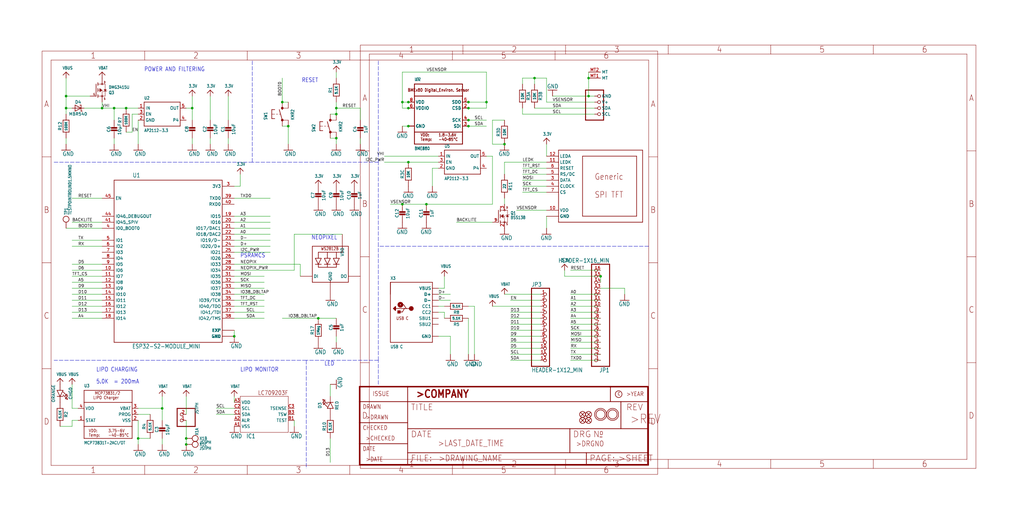
<source format=kicad_sch>
(kicad_sch (version 20211123) (generator eeschema)
  (paper "User" 433.07 220.421)
  (junction (at 172.72 43.18))
  (junction (at 43.18 45.72))
  (junction (at 27.94 40.64))
  (junction (at 68.58 172.72))
  (junction (at 78.74 187.96))
  (junction (at 172.72 45.72))
  (junction (at 81.28 45.72))
  (junction (at 142.24 48.26))
  (junction (at 248.92 40.64))
  (junction (at 205.74 43.18))
  (junction (at 198.12 53.34))
  (junction (at 134.62 134.62))
  (junction (at 142.24 58.42))
  (junction (at 58.42 185.42))
  (junction (at 170.18 43.18))
  (junction (at 53.34 45.72))
  (junction (at 99.06 142.24))
  (junction (at 172.72 53.34))
  (junction (at 172.72 68.58))
  (junction (at 226.06 33.02))
  (junction (at 27.94 45.72))
  (junction (at 78.74 185.42))
  (junction (at 213.36 60.96))
  (junction (at 142.24 45.72))
  (junction (at 198.12 43.18))
  (junction (at 198.12 50.8))
  (junction (at 180.34 86.36))
  (junction (at 48.26 45.72))
  (junction (at 170.18 86.36))
  (junction (at 198.12 45.72))
  (junction (at 121.92 53.34))
  (junction (at 248.92 33.02))
  (junction (at 254 116.84))
  (junction (at 119.38 43.18))
  (wire (pts (xy 35.56 45.72) (xy 43.18 45.72)))
  (wire (pts (xy 53.34 45.72) (xy 48.26 45.72)))
  (wire (pts (xy 99.06 121.92) (xy 111.76 121.92)))
  (polyline (pts (xy 129.54 152.4) (xy 129.54 198.12)))
  (wire (pts (xy 30.48 172.72) (xy 33.02 172.72)))
  (wire (pts (xy 170.18 43.18) (xy 170.18 30.48)))
  (wire (pts (xy 99.06 78.74) (xy 101.6 78.74)))
  (wire (pts (xy 254 127) (xy 241.3 127)))
  (wire (pts (xy 254 119.38) (xy 254 116.84)))
  (wire (pts (xy 55.88 48.26) (xy 58.42 48.26)))
  (wire (pts (xy 81.28 50.8) (xy 81.28 45.72)))
  (wire (pts (xy 205.74 30.48) (xy 205.74 43.18)))
  (wire (pts (xy 215.9 144.78) (xy 228.6 144.78)))
  (wire (pts (xy 142.24 144.78) (xy 142.24 142.24)))
  (wire (pts (xy 185.42 121.92) (xy 187.96 121.92)))
  (wire (pts (xy 182.88 71.12) (xy 182.88 78.74)))
  (wire (pts (xy 185.42 124.46) (xy 190.5 124.46)))
  (wire (pts (xy 124.46 99.06) (xy 144.78 99.06)))
  (wire (pts (xy 124.46 114.3) (xy 124.46 99.06)))
  (wire (pts (xy 142.24 48.26) (xy 139.7 48.26)))
  (wire (pts (xy 231.14 88.9) (xy 218.44 88.9)))
  (wire (pts (xy 185.42 132.08) (xy 187.96 132.08)))
  (wire (pts (xy 53.34 55.88) (xy 55.88 55.88)))
  (polyline (pts (xy 160.02 152.4) (xy 160.02 104.14)))
  (wire (pts (xy 27.94 45.72) (xy 27.94 40.64)))
  (wire (pts (xy 185.42 66.04) (xy 162.56 66.04)))
  (wire (pts (xy 30.48 45.72) (xy 27.94 45.72)))
  (wire (pts (xy 152.4 50.8) (xy 152.4 45.72)))
  (wire (pts (xy 220.98 35.56) (xy 220.98 33.02)))
  (wire (pts (xy 185.42 127) (xy 190.5 127)))
  (wire (pts (xy 30.48 101.6) (xy 43.18 101.6)))
  (wire (pts (xy 231.14 71.12) (xy 220.98 71.12)))
  (wire (pts (xy 119.38 53.34) (xy 121.92 53.34)))
  (wire (pts (xy 172.72 68.58) (xy 162.56 68.58)))
  (wire (pts (xy 88.9 58.42) (xy 88.9 60.96)))
  (wire (pts (xy 78.74 167.64) (xy 78.74 175.26)))
  (wire (pts (xy 231.14 73.66) (xy 220.98 73.66)))
  (wire (pts (xy 27.94 60.96) (xy 27.94 58.42)))
  (wire (pts (xy 43.18 96.52) (xy 27.94 96.52)))
  (wire (pts (xy 119.38 43.18) (xy 119.38 33.02)))
  (wire (pts (xy 231.14 76.2) (xy 220.98 76.2)))
  (wire (pts (xy 99.06 93.98) (xy 114.3 93.98)))
  (wire (pts (xy 251.46 45.72) (xy 226.06 45.72)))
  (polyline (pts (xy 160.02 152.4) (xy 129.54 152.4)))
  (wire (pts (xy 142.24 134.62) (xy 134.62 134.62)))
  (polyline (pts (xy 160.02 104.14) (xy 160.02 68.58)))
  (polyline (pts (xy 22.86 68.58) (xy 106.68 68.58)))
  (wire (pts (xy 228.6 137.16) (xy 215.9 137.16)))
  (wire (pts (xy 48.26 58.42) (xy 48.26 60.96)))
  (wire (pts (xy 254 139.7) (xy 241.3 139.7)))
  (wire (pts (xy 68.58 177.8) (xy 68.58 172.72)))
  (polyline (pts (xy 274.32 104.14) (xy 160.02 104.14)))
  (wire (pts (xy 220.98 48.26) (xy 220.98 45.72)))
  (wire (pts (xy 81.28 45.72) (xy 81.28 40.64)))
  (wire (pts (xy 213.36 68.58) (xy 213.36 73.66)))
  (wire (pts (xy 142.24 30.48) (xy 142.24 33.02)))
  (wire (pts (xy 254 114.3) (xy 241.3 114.3)))
  (wire (pts (xy 241.3 149.86) (xy 254 149.86)))
  (wire (pts (xy 27.94 40.64) (xy 27.94 33.02)))
  (wire (pts (xy 99.06 104.14) (xy 114.3 104.14)))
  (wire (pts (xy 187.96 132.08) (xy 187.96 134.62)))
  (wire (pts (xy 43.18 104.14) (xy 30.48 104.14)))
  (wire (pts (xy 124.46 180.34) (xy 124.46 177.8)))
  (wire (pts (xy 99.06 111.76) (xy 127 111.76)))
  (wire (pts (xy 238.76 114.3) (xy 238.76 116.84)))
  (wire (pts (xy 200.66 129.54) (xy 200.66 149.86)))
  (wire (pts (xy 231.14 81.28) (xy 220.98 81.28)))
  (wire (pts (xy 43.18 127) (xy 30.48 127)))
  (wire (pts (xy 172.72 45.72) (xy 170.18 45.72)))
  (wire (pts (xy 241.3 132.08) (xy 254 132.08)))
  (wire (pts (xy 215.9 139.7) (xy 228.6 139.7)))
  (wire (pts (xy 208.28 60.96) (xy 208.28 50.8)))
  (wire (pts (xy 170.18 53.34) (xy 172.72 53.34)))
  (wire (pts (xy 99.06 83.82) (xy 114.3 83.82)))
  (wire (pts (xy 139.7 185.42) (xy 139.7 195.58)))
  (wire (pts (xy 30.48 180.34) (xy 30.48 177.8)))
  (wire (pts (xy 78.74 187.96) (xy 78.74 185.42)))
  (wire (pts (xy 254 134.62) (xy 241.3 134.62)))
  (wire (pts (xy 205.74 66.04) (xy 208.28 66.04)))
  (wire (pts (xy 254 129.54) (xy 241.3 129.54)))
  (wire (pts (xy 213.36 68.58) (xy 231.14 68.58)))
  (wire (pts (xy 198.12 45.72) (xy 205.74 45.72)))
  (wire (pts (xy 30.48 162.56) (xy 30.48 172.72)))
  (wire (pts (xy 99.06 114.3) (xy 124.46 114.3)))
  (wire (pts (xy 43.18 121.92) (xy 30.48 121.92)))
  (wire (pts (xy 142.24 43.18) (xy 142.24 45.72)))
  (wire (pts (xy 254 152.4) (xy 241.3 152.4)))
  (wire (pts (xy 68.58 167.64) (xy 68.58 172.72)))
  (wire (pts (xy 238.76 116.84) (xy 254 116.84)))
  (wire (pts (xy 215.9 134.62) (xy 228.6 134.62)))
  (wire (pts (xy 99.06 106.68) (xy 114.3 106.68)))
  (wire (pts (xy 231.14 43.18) (xy 251.46 43.18)))
  (wire (pts (xy 43.18 43.18) (xy 43.18 45.72)))
  (wire (pts (xy 30.48 124.46) (xy 43.18 124.46)))
  (wire (pts (xy 139.7 58.42) (xy 142.24 58.42)))
  (wire (pts (xy 231.14 78.74) (xy 220.98 78.74)))
  (wire (pts (xy 99.06 167.64) (xy 99.06 170.18)))
  (polyline (pts (xy 160.02 162.56) (xy 160.02 152.4)))
  (wire (pts (xy 58.42 175.26) (xy 63.5 175.26)))
  (wire (pts (xy 96.52 40.64) (xy 96.52 50.8)))
  (wire (pts (xy 142.24 45.72) (xy 142.24 48.26)))
  (wire (pts (xy 220.98 33.02) (xy 226.06 33.02)))
  (wire (pts (xy 101.6 78.74) (xy 101.6 73.66)))
  (wire (pts (xy 231.14 33.02) (xy 226.06 33.02)))
  (wire (pts (xy 264.16 121.92) (xy 264.16 124.46)))
  (wire (pts (xy 30.48 177.8) (xy 33.02 177.8)))
  (wire (pts (xy 198.12 50.8) (xy 205.74 50.8)))
  (wire (pts (xy 248.92 40.64) (xy 233.68 40.64)))
  (wire (pts (xy 99.06 132.08) (xy 111.76 132.08)))
  (polyline (pts (xy 160.02 68.58) (xy 106.68 68.58)))
  (wire (pts (xy 99.06 116.84) (xy 111.76 116.84)))
  (wire (pts (xy 185.42 68.58) (xy 172.72 68.58)))
  (wire (pts (xy 198.12 53.34) (xy 205.74 53.34)))
  (wire (pts (xy 198.12 43.18) (xy 205.74 43.18)))
  (wire (pts (xy 81.28 58.42) (xy 81.28 60.96)))
  (wire (pts (xy 58.42 177.8) (xy 58.42 185.42)))
  (wire (pts (xy 99.06 129.54) (xy 111.76 129.54)))
  (wire (pts (xy 248.92 33.02) (xy 248.92 40.64)))
  (wire (pts (xy 187.96 121.92) (xy 187.96 116.84)))
  (wire (pts (xy 55.88 55.88) (xy 55.88 48.26)))
  (wire (pts (xy 121.92 53.34) (xy 121.92 60.96)))
  (polyline (pts (xy 160.02 68.58) (xy 160.02 25.4)))
  (wire (pts (xy 213.36 83.82) (xy 213.36 86.36)))
  (wire (pts (xy 134.62 134.62) (xy 119.38 134.62)))
  (wire (pts (xy 96.52 58.42) (xy 96.52 60.96)))
  (wire (pts (xy 139.7 167.64) (xy 139.7 162.56)))
  (wire (pts (xy 190.5 142.24) (xy 185.42 142.24)))
  (wire (pts (xy 43.18 93.98) (xy 30.48 93.98)))
  (wire (pts (xy 58.42 185.42) (xy 58.42 187.96)))
  (wire (pts (xy 43.18 83.82) (xy 30.48 83.82)))
  (wire (pts (xy 226.06 33.02) (xy 226.06 35.56)))
  (wire (pts (xy 99.06 134.62) (xy 111.76 134.62)))
  (wire (pts (xy 251.46 48.26) (xy 220.98 48.26)))
  (wire (pts (xy 170.18 30.48) (xy 205.74 30.48)))
  (wire (pts (xy 241.3 144.78) (xy 254 144.78)))
  (wire (pts (xy 142.24 45.72) (xy 152.4 45.72)))
  (wire (pts (xy 185.42 129.54) (xy 187.96 129.54)))
  (wire (pts (xy 248.92 40.64) (xy 251.46 40.64)))
  (wire (pts (xy 208.28 50.8) (xy 213.36 50.8)))
  (wire (pts (xy 99.06 139.7) (xy 99.06 142.24)))
  (wire (pts (xy 111.76 127) (xy 99.06 127)))
  (wire (pts (xy 254 137.16) (xy 241.3 137.16)))
  (wire (pts (xy 43.18 134.62) (xy 30.48 134.62)))
  (wire (pts (xy 38.1 40.64) (xy 27.94 40.64)))
  (wire (pts (xy 119.38 43.18) (xy 121.92 43.18)))
  (wire (pts (xy 152.4 60.96) (xy 152.4 58.42)))
  (wire (pts (xy 228.6 147.32) (xy 215.9 147.32)))
  (wire (pts (xy 208.28 86.36) (xy 208.28 66.04)))
  (wire (pts (xy 58.42 50.8) (xy 58.42 60.96)))
  (wire (pts (xy 30.48 114.3) (xy 43.18 114.3)))
  (wire (pts (xy 231.14 66.04) (xy 231.14 60.96)))
  (wire (pts (xy 99.06 99.06) (xy 114.3 99.06)))
  (wire (pts (xy 231.14 43.18) (xy 231.14 33.02)))
  (wire (pts (xy 170.18 86.36) (xy 180.34 86.36)))
  (wire (pts (xy 208.28 60.96) (xy 213.36 60.96)))
  (wire (pts (xy 99.06 124.46) (xy 111.76 124.46)))
  (wire (pts (xy 63.5 185.42) (xy 58.42 185.42)))
  (wire (pts (xy 99.06 172.72) (xy 91.44 172.72)))
  (wire (pts (xy 193.04 93.98) (xy 208.28 93.98)))
  (polyline (pts (xy 106.68 68.58) (xy 106.68 25.4)))
  (wire (pts (xy 91.44 175.26) (xy 99.06 175.26)))
  (wire (pts (xy 254 121.92) (xy 264.16 121.92)))
  (wire (pts (xy 228.6 129.54) (xy 208.28 129.54)))
  (wire (pts (xy 99.06 119.38) (xy 111.76 119.38)))
  (wire (pts (xy 48.26 45.72) (xy 48.26 50.8)))
  (wire (pts (xy 215.9 142.24) (xy 228.6 142.24)))
  (wire (pts (xy 43.18 132.08) (xy 30.48 132.08)))
  (wire (pts (xy 228.6 149.86) (xy 215.9 149.86)))
  (wire (pts (xy 213.36 124.46) (xy 228.6 124.46)))
  (wire (pts (xy 30.48 129.54) (xy 43.18 129.54)))
  (wire (pts (xy 228.6 132.08) (xy 215.9 132.08)))
  (wire (pts (xy 254 142.24) (xy 241.3 142.24)))
  (wire (pts (xy 190.5 149.86) (xy 190.5 142.24)))
  (wire (pts (xy 88.9 40.64) (xy 88.9 50.8)))
  (wire (pts (xy 172.72 43.18) (xy 170.18 43.18)))
  (wire (pts (xy 254 124.46) (xy 241.3 124.46)))
  (wire (pts (xy 231.14 96.52) (xy 231.14 91.44)))
  (wire (pts (xy 43.18 45.72) (xy 48.26 45.72)))
  (wire (pts (xy 215.9 152.4) (xy 228.6 152.4)))
  (wire (pts (xy 43.18 111.76) (xy 30.48 111.76)))
  (wire (pts (xy 254 147.32) (xy 241.3 147.32)))
  (wire (pts (xy 99.06 91.44) (xy 114.3 91.44)))
  (wire (pts (xy 180.34 86.36) (xy 208.28 86.36)))
  (polyline (pts (xy 129.54 152.4) (xy 22.86 152.4)))
  (wire (pts (xy 185.42 71.12) (xy 182.88 71.12)))
  (wire (pts (xy 68.58 185.42) (xy 68.58 187.96)))
  (wire (pts (xy 58.42 172.72) (xy 68.58 172.72)))
  (wire (pts (xy 27.94 48.26) (xy 27.94 45.72)))
  (wire (pts (xy 165.1 86.36) (xy 170.18 86.36)))
  (wire (pts (xy 43.18 119.38) (xy 30.48 119.38)))
  (wire (pts (xy 142.24 58.42) (xy 142.24 60.96)))
  (wire (pts (xy 58.42 45.72) (xy 53.34 45.72)))
  (wire (pts (xy 170.18 45.72) (xy 170.18 43.18)))
  (wire (pts (xy 215.9 127) (xy 228.6 127)))
  (wire (pts (xy 205.74 43.18) (xy 205.74 45.72)))
  (wire (pts (xy 78.74 185.42) (xy 78.74 177.8)))
  (wire (pts (xy 43.18 116.84) (xy 30.48 116.84)))
  (wire (pts (xy 99.06 96.52) (xy 114.3 96.52)))
  (wire (pts (xy 99.06 101.6) (xy 114.3 101.6)))
  (wire (pts (xy 78.74 45.72) (xy 81.28 45.72)))
  (wire (pts (xy 198.12 134.62) (xy 198.12 149.86)))
  (wire (pts (xy 198.12 129.54) (xy 200.66 129.54)))
  (wire (pts (xy 25.4 180.34) (xy 30.48 180.34)))
  (wire (pts (xy 248.92 30.48) (xy 248.92 33.02)))
  (wire (pts (xy 127 111.76) (xy 127 116.84)))
  (text "LIPO CHARGING" (at 40.64 157.48 180) (effects (font (size 1.778 1.5113)) (justify left bottom)))
  (text "POWER AND FILTERING" (at 60.96 30.48 180) (effects (font (size 1.778 1.5113)) (justify left bottom)))
  (text "LIPO MONITOR" (at 101.6 157.48 180) (effects (font (size 1.778 1.5113)) (justify left bottom)))
  (text "RESET" (at 134.62 33.02 180) (effects (font (size 1.778 1.5113)) (justify right top)))
  (text "PSRAMCS" (at 101.6 109.22 180) (effects (font (size 1.778 1.5113)) (justify left bottom)))
  (text "NEOPIXEL" (at 137.16 101.6 180) (effects (font (size 1.778 1.5113)) (justify bottom)))
  (text "LED" (at 137.16 154.94 180) (effects (font (size 1.778 1.5113)) (justify left bottom)))
  (text "5.0K  = 200mA" (at 40.64 162.56 180) (effects (font (size 1.778 1.5113)) (justify left bottom)))
  (label "NEOPIX_PWR" (at 101.6 114.3 0) (effects (font (size 1.2446 1.2446))))
  (label "SDA" (at 104.14 134.62 0) (effects (font (size 1.2446 1.2446))))
  (label "RESET" (at 33.02 83.82 0) (effects (font (size 1.2446 1.2446))))
  (label "D9" (at 215.9 142.24 0) (effects (font (size 1.2446 1.2446))))
  (label "TFT_CS" (at 30.48 116.84 0) (effects (font (size 1.2446 1.2446))))
  (label "RESET" (at 241.3 114.3 0) (effects (font (size 1.2446 1.2446))))
  (label "D-" (at 101.6 101.6 0) (effects (font (size 1.2446 1.2446))))
  (label "SDA" (at 215.9 152.4 0) (effects (font (size 1.2446 1.2446))))
  (label "D12" (at 33.02 129.54 0) (effects (font (size 1.2446 1.2446))))
  (label "D12" (at 215.9 134.62 0) (effects (font (size 1.2446 1.2446))))
  (label "MISO" (at 241.3 144.78 0) (effects (font (size 1.2446 1.2446))))
  (label "A4" (at 33.02 134.62 0) (effects (font (size 1.2446 1.2446))))
  (label "SCL" (at 215.9 149.86 0) (effects (font (size 1.2446 1.2446))))
  (label "BOOT0" (at 33.02 96.52 0) (effects (font (size 1.2446 1.2446))))
  (label "A5" (at 241.3 137.16 0) (effects (font (size 1.2446 1.2446))))
  (label "SDA" (at 233.68 45.72 0) (effects (font (size 1.2446 1.2446))))
  (label "TX" (at 33.02 101.6 0) (effects (font (size 1.2446 1.2446))))
  (label "A5" (at 33.02 119.38 0) (effects (font (size 1.2446 1.2446))))
  (label "D6" (at 33.02 114.3 0) (effects (font (size 1.2446 1.2446))))
  (label "A3" (at 241.3 132.08 0) (effects (font (size 1.2446 1.2446))))
  (label "SCK" (at 220.98 78.74 0) (effects (font (size 1.2446 1.2446))))
  (label "TX" (at 241.3 149.86 0) (effects (font (size 1.2446 1.2446))))
  (label "BOOT0" (at 119.38 40.64 90) (effects (font (size 1.2446 1.2446))))
  (label "SCK" (at 101.6 119.38 0) (effects (font (size 1.2446 1.2446))))
  (label "TFT_CS" (at 220.98 81.28 0) (effects (font (size 1.2446 1.2446))))
  (label "IO38_DBLTAP" (at 121.92 134.62 0) (effects (font (size 1.2446 1.2446))))
  (label "A0" (at 241.3 124.46 0) (effects (font (size 1.2446 1.2446))))
  (label "TXD0" (at 101.6 83.82 0) (effects (font (size 1.2446 1.2446))))
  (label "BACKLITE" (at 30.48 93.98 0) (effects (font (size 1.2446 1.2446))))
  (label "EN" (at 55.88 55.88 0) (effects (font (size 1.2446 1.2446))))
  (label "D+" (at 101.6 104.14 0) (effects (font (size 1.2446 1.2446))))
  (label "MOSI" (at 220.98 76.2 0) (effects (font (size 1.2446 1.2446))))
  (label "MOSI" (at 241.3 142.24 0) (effects (font (size 1.2446 1.2446))))
  (label "BACKLITE" (at 193.04 93.98 0) (effects (font (size 1.2446 1.2446))))
  (label "A3" (at 101.6 91.44 0) (effects (font (size 1.2446 1.2446))))
  (label "A4" (at 241.3 134.62 0) (effects (font (size 1.2446 1.2446))))
  (label "SCK" (at 241.3 139.7 0) (effects (font (size 1.2446 1.2446))))
  (label "D-" (at 185.42 127 0) (effects (font (size 1.2446 1.2446))))
  (label "D13" (at 139.7 193.04 90) (effects (font (size 1.2446 1.2446))))
  (label "VSENSOR" (at 233.68 43.18 0) (effects (font (size 1.2446 1.2446))))
  (label "SCL" (at 200.66 50.8 0) (effects (font (size 1.2446 1.2446))))
  (label "TXD0" (at 241.3 152.4 0) (effects (font (size 1.2446 1.2446))))
  (label "EN" (at 215.9 127 0) (effects (font (size 1.2446 1.2446))))
  (label "I2C_PWR" (at 162.56 68.58 180) (effects (font (size 1.2446 1.2446))))
  (label "A2" (at 101.6 93.98 0) (effects (font (size 1.2446 1.2446))))
  (label "D11" (at 215.9 137.16 0) (effects (font (size 1.2446 1.2446))))
  (label "A2" (at 241.3 129.54 0) (effects (font (size 1.2446 1.2446))))
  (label "I2C_PWR" (at 101.6 106.68 0) (effects (font (size 1.2446 1.2446))))
  (label "SCL" (at 233.68 48.26 0) (effects (font (size 1.2446 1.2446))))
  (label "D5" (at 33.02 111.76 0) (effects (font (size 1.2446 1.2446))))
  (label "D9" (at 33.02 121.92 0) (effects (font (size 1.2446 1.2446))))
  (label "A1" (at 241.3 127 0) (effects (font (size 1.2446 1.2446))))
  (label "A1" (at 101.6 96.52 0) (effects (font (size 1.2446 1.2446))))
  (label "D6" (at 215.9 144.78 0) (effects (font (size 1.2446 1.2446))))
  (label "SDA" (at 91.44 175.26 0) (effects (font (size 1.2446 1.2446))))
  (label "SDA" (at 200.66 53.34 0) (effects (font (size 1.2446 1.2446))))
  (label "TFT_RST" (at 220.98 71.12 0) (effects (font (size 1.2446 1.2446))))
  (label "A0" (at 101.6 99.06 0) (effects (font (size 1.2446 1.2446))))
  (label "TFT_DC" (at 220.98 73.66 0) (effects (font (size 1.2446 1.2446))))
  (label "SCL" (at 91.44 172.72 0) (effects (font (size 1.2446 1.2446))))
  (label "D10" (at 215.9 139.7 0) (effects (font (size 1.2446 1.2446))))
  (label "RESET" (at 144.78 45.72 0) (effects (font (size 1.2446 1.2446))))
  (label "MOSI" (at 101.6 116.84 0) (effects (font (size 1.2446 1.2446))))
  (label "RX" (at 33.02 104.14 0) (effects (font (size 1.2446 1.2446))))
  (label "D13" (at 33.02 132.08 0) (effects (font (size 1.2446 1.2446))))
  (label "RX" (at 241.3 147.32 0) (effects (font (size 1.2446 1.2446))))
  (label "IO38_DBLTAP" (at 101.6 124.46 0) (effects (font (size 1.2446 1.2446))))
  (label "NEOPIX" (at 101.6 111.76 0) (effects (font (size 1.2446 1.2446))))
  (label "TFT_RST" (at 101.6 129.54 0) (effects (font (size 1.2446 1.2446))))
  (label "MISO" (at 101.6 121.92 0) (effects (font (size 1.2446 1.2446))))
  (label "D+" (at 185.42 124.46 0) (effects (font (size 1.2446 1.2446))))
  (label "D13" (at 215.9 132.08 0) (effects (font (size 1.2446 1.2446))))
  (label "VHI" (at 162.56 66.04 180) (effects (font (size 1.2446 1.2446))))
  (label "VSENSOR" (at 165.1 86.36 0) (effects (font (size 1.2446 1.2446))))
  (label "TFT_DC" (at 101.6 127 0) (effects (font (size 1.2446 1.2446))))
  (label "SCL" (at 104.14 132.08 0) (effects (font (size 1.2446 1.2446))))
  (label "VSENSOR" (at 180.34 30.48 0) (effects (font (size 1.2446 1.2446))))
  (label "VSENSOR" (at 218.44 88.9 0) (effects (font (size 1.2446 1.2446))))
  (label "D10" (at 33.02 124.46 0) (effects (font (size 1.2446 1.2446))))
  (label "VHI" (at 43.18 45.72 0) (effects (font (size 1.2446 1.2446))))
  (label "D5" (at 215.9 147.32 0) (effects (font (size 1.2446 1.2446))))
  (label "LEDK" (at 220.98 68.58 0) (effects (font (size 1.2446 1.2446))))
  (label "D11" (at 33.02 127 0) (effects (font (size 1.2446 1.2446))))
  (symbol (lib_id "eagleSchem-eagle-import:DISP_LCD_GENERIC_SPI_1.14IN_240X135_WRAPUNDER") (at 256.54 78.74 0) (unit 1)
    (property "Reference" "DISP1" (effects hide))
    (property "Value" "DISP_LCD_GENERIC_SPI_1.14IN_240X135_WRAPUNDER" (effects hide))
    (property "Footprint" "eagleSchem:TFT_1.14IN_240X135_WRAPUNDER" (effects hide))
  )
  (symbol (lib_id "eagleSchem-eagle-import:GND") (at 27.94 63.5 0) (unit 1)
    (property "Reference" "#U$25" (effects hide))
    (property "Value" "GND" (at 26.416 66.04 0) (effects (font (size 1.778 1.5113)) (justify left bottom)))
    (property "Footprint" "eagleSchem:" (effects hide))
  )
  (symbol (lib_id "eagleSchem-eagle-import:VBUS") (at 208.28 127 0) (unit 1)
    (property "Reference" "#U$19" (effects hide))
    (property "Value" "VBUS" (at 206.756 125.984 0) (effects (font (size 1.27 1.0795)) (justify left bottom)))
    (property "Footprint" "eagleSchem:" (effects hide))
  )
  (symbol (lib_id "eagleSchem-eagle-import:3.3V") (at 231.14 58.42 0) (unit 1)
    (property "Reference" "#U$53" (effects hide))
    (property "Value" "3.3V" (at 229.616 57.404 0) (effects (font (size 1.27 1.0795)) (justify left bottom)))
    (property "Footprint" "eagleSchem:" (effects hide))
  )
  (symbol (lib_id "eagleSchem-eagle-import:GND") (at 139.7 127 0) (unit 1)
    (property "Reference" "#U$13" (effects hide))
    (property "Value" "GND" (at 138.176 129.54 0) (effects (font (size 1.778 1.5113)) (justify left bottom)))
    (property "Footprint" "eagleSchem:" (effects hide))
  )
  (symbol (lib_id "eagleSchem-eagle-import:GND") (at 142.24 162.56 90) (unit 1)
    (property "Reference" "#U$8" (effects hide))
    (property "Value" "GND" (at 144.78 164.084 0) (effects (font (size 1.778 1.5113)) (justify left bottom)))
    (property "Footprint" "eagleSchem:" (effects hide))
  )
  (symbol (lib_id "eagleSchem-eagle-import:FIDUCIAL_1MM") (at 248.92 177.8 0) (unit 1)
    (property "Reference" "U$56" (effects hide))
    (property "Value" "FIDUCIAL_1MM" (effects hide))
    (property "Footprint" "eagleSchem:FIDUCIAL_1MM" (effects hide))
  )
  (symbol (lib_id "eagleSchem-eagle-import:GND") (at 134.62 88.9 0) (unit 1)
    (property "Reference" "#U$45" (effects hide))
    (property "Value" "GND" (at 133.096 91.44 0) (effects (font (size 1.778 1.5113)) (justify left bottom)))
    (property "Footprint" "eagleSchem:" (effects hide))
  )
  (symbol (lib_id "eagleSchem-eagle-import:RESISTOR_0603_NOOUT") (at 63.5 180.34 90) (unit 1)
    (property "Reference" "R4" (at 60.96 180.34 0))
    (property "Value" "5.1K" (at 63.5 180.34 0) (effects (font (size 1.016 1.016) bold)))
    (property "Footprint" "eagleSchem:0603-NO" (effects hide))
  )
  (symbol (lib_id "eagleSchem-eagle-import:FIDUCIAL_1MM") (at 246.38 175.26 0) (unit 1)
    (property "Reference" "U$35" (effects hide))
    (property "Value" "FIDUCIAL_1MM" (effects hide))
    (property "Footprint" "eagleSchem:FIDUCIAL_1MM" (effects hide))
  )
  (symbol (lib_id "eagleSchem-eagle-import:STEMMA_I2C_QTRA") (at 248.92 33.02 0) (unit 2)
    (property "Reference" "CONN1" (effects hide))
    (property "Value" "STEMMA_I2C_QTRA" (effects hide))
    (property "Footprint" "eagleSchem:JST_SH4_RA" (effects hide))
  )
  (symbol (lib_id "eagleSchem-eagle-import:RESISTOR_0603_NOOUT") (at 142.24 38.1 90) (unit 1)
    (property "Reference" "R1" (at 139.7 38.1 0))
    (property "Value" "5.1K" (at 142.24 38.1 0) (effects (font (size 1.016 1.016) bold)))
    (property "Footprint" "eagleSchem:0603-NO" (effects hide))
  )
  (symbol (lib_id "eagleSchem-eagle-import:GND") (at 99.06 182.88 0) (unit 1)
    (property "Reference" "#U$48" (effects hide))
    (property "Value" "GND" (at 97.536 185.42 0) (effects (font (size 1.778 1.5113)) (justify left bottom)))
    (property "Footprint" "eagleSchem:" (effects hide))
  )
  (symbol (lib_id "eagleSchem-eagle-import:TESTPOINTROUND1.5MMNO") (at 27.94 96.52 0) (unit 1)
    (property "Reference" "TP1" (at 27.94 90.932 90) (effects (font (size 1.27 1.0795)) (justify left)))
    (property "Value" "TESTPOINTROUND1.5MMNO" (at 29.591 90.932 90) (effects (font (size 1.27 1.0795)) (justify left)))
    (property "Footprint" "eagleSchem:TESTPOINT_ROUND_1.5MM_NO" (effects hide))
  )
  (symbol (lib_id "eagleSchem-eagle-import:DIODE-SCHOTTKYSOD-123") (at 33.02 45.72 0) (unit 1)
    (property "Reference" "D4" (at 33.02 43.18 0))
    (property "Value" "MBR540" (at 33.02 48.22 0))
    (property "Footprint" "eagleSchem:SOD-123" (effects hide))
  )
  (symbol (lib_id "eagleSchem-eagle-import:FRAME_A4") (at 17.78 200.66 0) (unit 1)
    (property "Reference" "#FRAME1" (effects hide))
    (property "Value" "FRAME_A4" (effects hide))
    (property "Footprint" "eagleSchem:" (effects hide))
  )
  (symbol (lib_id "eagleSchem-eagle-import:3.3V") (at 142.24 27.94 0) (unit 1)
    (property "Reference" "#U$5" (effects hide))
    (property "Value" "3.3V" (at 140.716 26.924 0) (effects (font (size 1.27 1.0795)) (justify left bottom)))
    (property "Footprint" "eagleSchem:" (effects hide))
  )
  (symbol (lib_id "eagleSchem-eagle-import:3.3V") (at 96.52 38.1 0) (unit 1)
    (property "Reference" "#U$2" (effects hide))
    (property "Value" "3.3V" (at 94.996 37.084 0) (effects (font (size 1.27 1.0795)) (justify left bottom)))
    (property "Footprint" "eagleSchem:" (effects hide))
  )
  (symbol (lib_id "eagleSchem-eagle-import:RESISTOR_4PACK") (at 220.98 40.64 270) (unit 1)
    (property "Reference" "R3" (at 223.52 40.64 0))
    (property "Value" "10K" (at 220.98 40.64 0) (effects (font (size 1.016 1.016) bold)))
    (property "Footprint" "eagleSchem:RESPACK_4X0603" (effects hide))
  )
  (symbol (lib_id "eagleSchem-eagle-import:GND") (at 58.42 63.5 0) (unit 1)
    (property "Reference" "#U$30" (effects hide))
    (property "Value" "GND" (at 56.896 66.04 0) (effects (font (size 1.778 1.5113)) (justify left bottom)))
    (property "Footprint" "eagleSchem:" (effects hide))
  )
  (symbol (lib_id "eagleSchem-eagle-import:RESISTOR_0603_NOOUT") (at 193.04 134.62 180) (unit 1)
    (property "Reference" "R5" (at 193.04 137.16 0))
    (property "Value" "5.1K" (at 193.04 134.62 0) (effects (font (size 1.016 1.016) bold)))
    (property "Footprint" "eagleSchem:0603-NO" (effects hide))
  )
  (symbol (lib_id "eagleSchem-eagle-import:FIDUCIAL_1MM") (at 248.92 175.26 0) (unit 1)
    (property "Reference" "U$34" (effects hide))
    (property "Value" "FIDUCIAL_1MM" (effects hide))
    (property "Footprint" "eagleSchem:FIDUCIAL_1MM" (effects hide))
  )
  (symbol (lib_id "eagleSchem-eagle-import:CAP_CERAMIC0805-NOOUTLINE") (at 81.28 55.88 0) (unit 1)
    (property "Reference" "C8" (at 78.99 54.63 90))
    (property "Value" "10µF" (at 83.58 54.63 90))
    (property "Footprint" "eagleSchem:0805-NO" (effects hide))
    (property "Value" "10µF" (effects hide))
  )
  (symbol (lib_id "eagleSchem-eagle-import:MOSFET-P") (at 43.18 38.1 0) (mirror x) (unit 1)
    (property "Reference" "Q3" (at 45.974 38.481 0) (effects (font (size 1.27 1.0795)) (justify left bottom)))
    (property "Value" "DMG3415U" (at 45.974 36.195 0) (effects (font (size 1.27 1.0795)) (justify left bottom)))
    (property "Footprint" "eagleSchem:SOT23-R" (effects hide))
  )
  (symbol (lib_id "eagleSchem-eagle-import:GND") (at 233.68 38.1 180) (unit 1)
    (property "Reference" "#GND1" (effects hide))
    (property "Value" "GND" (at 236.22 35.56 0) (effects (font (size 1.778 1.5113)) (justify left bottom)))
    (property "Footprint" "eagleSchem:" (effects hide))
  )
  (symbol (lib_id "eagleSchem-eagle-import:WS2812B_SK6805_1515") (at 139.7 114.3 0) (unit 1)
    (property "Reference" "LED1" (effects hide))
    (property "Value" "WS2812B_SK6805_1515" (effects hide))
    (property "Footprint" "eagleSchem:SK6805_1515" (effects hide))
  )
  (symbol (lib_id "eagleSchem-eagle-import:3.3V") (at 101.6 71.12 0) (unit 1)
    (property "Reference" "#U$11" (effects hide))
    (property "Value" "3.3V" (at 100.076 70.104 0) (effects (font (size 1.27 1.0795)) (justify left bottom)))
    (property "Footprint" "eagleSchem:" (effects hide))
  )
  (symbol (lib_id "eagleSchem-eagle-import:LED0603_NOOUTLINE") (at 139.7 170.18 90) (unit 1)
    (property "Reference" "D3" (at 135.255 171.45 0))
    (property "Value" "RED" (at 142.494 171.45 0))
    (property "Footprint" "eagleSchem:CHIPLED_0603_NOOUTLINE" (effects hide))
  )
  (symbol (lib_id "eagleSchem-eagle-import:VBUS") (at 25.4 160.02 0) (unit 1)
    (property "Reference" "#U$58" (effects hide))
    (property "Value" "VBUS" (at 23.876 159.004 0) (effects (font (size 1.27 1.0795)) (justify left bottom)))
    (property "Footprint" "eagleSchem:" (effects hide))
  )
  (symbol (lib_id "eagleSchem-eagle-import:VBAT") (at 99.06 165.1 0) (unit 1)
    (property "Reference" "#U$18" (effects hide))
    (property "Value" "VBAT" (at 97.536 164.084 0) (effects (font (size 1.27 1.0795)) (justify left bottom)))
    (property "Footprint" "eagleSchem:" (effects hide))
  )
  (symbol (lib_id "eagleSchem-eagle-import:GND") (at 200.66 152.4 0) (unit 1)
    (property "Reference" "#U$12" (effects hide))
    (property "Value" "GND" (at 199.136 154.94 0) (effects (font (size 1.778 1.5113)) (justify left bottom)))
    (property "Footprint" "eagleSchem:" (effects hide))
  )
  (symbol (lib_id "eagleSchem-eagle-import:VREG_SOT23-5") (at 195.58 68.58 0) (unit 1)
    (property "Reference" "U5" (at 187.96 62.484 0) (effects (font (size 1.27 1.0795)) (justify left bottom)))
    (property "Value" "AP2112-3.3" (at 187.96 76.2 0) (effects (font (size 1.27 1.0795)) (justify left bottom)))
    (property "Footprint" "eagleSchem:SOT23-5" (effects hide))
  )
  (symbol (lib_id "eagleSchem-eagle-import:RESISTOR_0603_NOOUT") (at 53.34 50.8 90) (unit 1)
    (property "Reference" "R7" (at 50.8 50.8 0))
    (property "Value" "100K" (at 53.34 50.8 0) (effects (font (size 1.016 1.016) bold)))
    (property "Footprint" "eagleSchem:0603-NO" (effects hide))
  )
  (symbol (lib_id "eagleSchem-eagle-import:CAP_CERAMIC0805-NOOUTLINE") (at 88.9 55.88 0) (unit 1)
    (property "Reference" "C2" (at 86.61 54.63 90))
    (property "Value" "10uF" (at 91.2 54.63 90))
    (property "Footprint" "eagleSchem:0805-NO" (effects hide))
  )
  (symbol (lib_id "eagleSchem-eagle-import:GND") (at 58.42 190.5 0) (unit 1)
    (property "Reference" "#U$36" (effects hide))
    (property "Value" "GND" (at 56.896 193.04 0) (effects (font (size 1.778 1.5113)) (justify left bottom)))
    (property "Footprint" "eagleSchem:" (effects hide))
  )
  (symbol (lib_id "eagleSchem-eagle-import:RESISTOR_4PACK") (at 172.72 73.66 90) (unit 3)
    (property "Reference" "R3" (at 170.18 73.66 0))
    (property "Value" "10K" (at 172.72 73.66 0) (effects (font (size 1.016 1.016) bold)))
    (property "Footprint" "eagleSchem:RESPACK_4X0603" (effects hide))
  )
  (symbol (lib_id "eagleSchem-eagle-import:3.3V") (at 149.86 76.2 0) (unit 1)
    (property "Reference" "#U$44" (effects hide))
    (property "Value" "3.3V" (at 148.336 75.184 0) (effects (font (size 1.27 1.0795)) (justify left bottom)))
    (property "Footprint" "eagleSchem:" (effects hide))
  )
  (symbol (lib_id "eagleSchem-eagle-import:VBUS") (at 30.48 160.02 0) (unit 1)
    (property "Reference" "#U$38" (effects hide))
    (property "Value" "VBUS" (at 28.956 159.004 0) (effects (font (size 1.27 1.0795)) (justify left bottom)))
    (property "Footprint" "eagleSchem:" (effects hide))
  )
  (symbol (lib_id "eagleSchem-eagle-import:MOUNTINGHOLE2.5") (at 259.08 175.26 0) (unit 1)
    (property "Reference" "U$32" (effects hide))
    (property "Value" "MOUNTINGHOLE2.5" (effects hide))
    (property "Footprint" "eagleSchem:MOUNTINGHOLE_2.5_PLATED" (effects hide))
  )
  (symbol (lib_id "eagleSchem-eagle-import:3.3V") (at 81.28 38.1 0) (unit 1)
    (property "Reference" "#U$10" (effects hide))
    (property "Value" "3.3V" (at 79.756 37.084 0) (effects (font (size 1.27 1.0795)) (justify left bottom)))
    (property "Footprint" "eagleSchem:" (effects hide))
  )
  (symbol (lib_id "eagleSchem-eagle-import:GND") (at 81.28 63.5 0) (unit 1)
    (property "Reference" "#U$29" (effects hide))
    (property "Value" "GND" (at 79.756 66.04 0) (effects (font (size 1.778 1.5113)) (justify left bottom)))
    (property "Footprint" "eagleSchem:" (effects hide))
  )
  (symbol (lib_id "eagleSchem-eagle-import:GND") (at 48.26 63.5 0) (unit 1)
    (property "Reference" "#U$27" (effects hide))
    (property "Value" "GND" (at 46.736 66.04 0) (effects (font (size 1.778 1.5113)) (justify left bottom)))
    (property "Footprint" "eagleSchem:" (effects hide))
  )
  (symbol (lib_id "eagleSchem-eagle-import:RESISTOR_0603_NOOUT") (at 27.94 53.34 90) (unit 1)
    (property "Reference" "R12" (at 25.4 53.34 0))
    (property "Value" "100K" (at 27.94 53.34 0) (effects (font (size 1.016 1.016) bold)))
    (property "Footprint" "eagleSchem:0603-NO" (effects hide))
  )
  (symbol (lib_id "eagleSchem-eagle-import:GND") (at 142.24 147.32 0) (unit 1)
    (property "Reference" "#U$40" (effects hide))
    (property "Value" "GND" (at 140.716 149.86 0) (effects (font (size 1.778 1.5113)) (justify left bottom)))
    (property "Footprint" "eagleSchem:" (effects hide))
  )
  (symbol (lib_id "eagleSchem-eagle-import:VBAT") (at 43.18 30.48 0) (unit 1)
    (property "Reference" "#U$21" (effects hide))
    (property "Value" "VBAT" (at 41.656 29.464 0) (effects (font (size 1.27 1.0795)) (justify left bottom)))
    (property "Footprint" "eagleSchem:" (effects hide))
  )
  (symbol (lib_id "eagleSchem-eagle-import:GND") (at 152.4 63.5 0) (unit 1)
    (property "Reference" "#U$42" (effects hide))
    (property "Value" "GND" (at 150.876 66.04 0) (effects (font (size 1.778 1.5113)) (justify left bottom)))
    (property "Footprint" "eagleSchem:" (effects hide))
  )
  (symbol (lib_id "eagleSchem-eagle-import:GND") (at 180.34 96.52 0) (unit 1)
    (property "Reference" "#GND5" (effects hide))
    (property "Value" "GND" (at 177.8 99.06 0) (effects (font (size 1.778 1.5113)) (justify left bottom)))
    (property "Footprint" "eagleSchem:" (effects hide))
  )
  (symbol (lib_id "eagleSchem-eagle-import:GND") (at 170.18 55.88 0) (unit 1)
    (property "Reference" "#GND2" (effects hide))
    (property "Value" "GND" (at 167.64 58.42 0) (effects (font (size 1.778 1.5113)) (justify left bottom)))
    (property "Footprint" "eagleSchem:" (effects hide))
  )
  (symbol (lib_id "eagleSchem-eagle-import:GND") (at 121.92 63.5 0) (unit 1)
    (property "Reference" "#U$51" (effects hide))
    (property "Value" "GND" (at 120.396 66.04 0) (effects (font (size 1.778 1.5113)) (justify left bottom)))
    (property "Footprint" "eagleSchem:" (effects hide))
  )
  (symbol (lib_id "eagleSchem-eagle-import:GND") (at 134.62 147.32 0) (unit 1)
    (property "Reference" "#U$26" (effects hide))
    (property "Value" "GND" (at 133.096 149.86 0) (effects (font (size 1.778 1.5113)) (justify left bottom)))
    (property "Footprint" "eagleSchem:" (effects hide))
  )
  (symbol (lib_id "eagleSchem-eagle-import:GND") (at 124.46 182.88 0) (unit 1)
    (property "Reference" "#U$50" (effects hide))
    (property "Value" "GND" (at 122.936 185.42 0) (effects (font (size 1.778 1.5113)) (justify left bottom)))
    (property "Footprint" "eagleSchem:" (effects hide))
  )
  (symbol (lib_id "eagleSchem-eagle-import:GND") (at 213.36 99.06 0) (unit 1)
    (property "Reference" "#U$57" (effects hide))
    (property "Value" "GND" (at 211.836 101.6 0) (effects (font (size 1.778 1.5113)) (justify left bottom)))
    (property "Footprint" "eagleSchem:" (effects hide))
  )
  (symbol (lib_id "eagleSchem-eagle-import:HEADER-1X12_MIN") (at 231.14 139.7 0) (unit 1)
    (property "Reference" "JP3" (at 224.79 121.285 0) (effects (font (size 1.778 1.5113)) (justify left bottom)))
    (property "Value" "HEADER-1X12_MIN" (at 224.79 157.48 0) (effects (font (size 1.778 1.5113)) (justify left bottom)))
    (property "Footprint" "eagleSchem:1X12_ROUND_MIN" (effects hide))
  )
  (symbol (lib_id "eagleSchem-eagle-import:RESISTOR_0603_NOOUT") (at 213.36 78.74 270) (unit 1)
    (property "Reference" "R11" (at 215.9 78.74 0))
    (property "Value" "22" (at 213.36 78.74 0) (effects (font (size 1.016 1.016) bold)))
    (property "Footprint" "eagleSchem:0603-NO" (effects hide))
  )
  (symbol (lib_id "eagleSchem-eagle-import:GND") (at 96.52 63.5 0) (unit 1)
    (property "Reference" "#U$4" (effects hide))
    (property "Value" "GND" (at 94.996 66.04 0) (effects (font (size 1.778 1.5113)) (justify left bottom)))
    (property "Footprint" "eagleSchem:" (effects hide))
  )
  (symbol (lib_id "eagleSchem-eagle-import:GND") (at 149.86 88.9 0) (unit 1)
    (property "Reference" "#U$47" (effects hide))
    (property "Value" "GND" (at 148.336 91.44 0) (effects (font (size 1.778 1.5113)) (justify left bottom)))
    (property "Footprint" "eagleSchem:" (effects hide))
  )
  (symbol (lib_id "eagleSchem-eagle-import:3.3V") (at 238.76 111.76 0) (unit 1)
    (property "Reference" "#U$6" (effects hide))
    (property "Value" "3.3V" (at 237.236 110.744 0) (effects (font (size 1.27 1.0795)) (justify left bottom)))
    (property "Footprint" "eagleSchem:" (effects hide))
  )
  (symbol (lib_id "eagleSchem-eagle-import:GND") (at 142.24 88.9 0) (unit 1)
    (property "Reference" "#U$46" (effects hide))
    (property "Value" "GND" (at 140.716 91.44 0) (effects (font (size 1.778 1.5113)) (justify left bottom)))
    (property "Footprint" "eagleSchem:" (effects hide))
  )
  (symbol (lib_id "eagleSchem-eagle-import:SWITCH_TACT_SMT4.6X2.8") (at 119.38 48.26 90) (unit 1)
    (property "Reference" "SW1" (at 113.03 50.8 0) (effects (font (size 1.27 1.0795)) (justify left bottom)))
    (property "Value" "KMR2" (at 124.46 50.8 0) (effects (font (size 1.27 1.0795)) (justify left bottom)))
    (property "Footprint" "eagleSchem:BTN_KMR2_4.6X2.8" (effects hide))
  )
  (symbol (lib_id "eagleSchem-eagle-import:CON_JST_PH_2PIN_MT_BATT") (at 78.74 185.42 270) (unit 2)
    (property "Reference" "X1" (at 84.328 185.42 90) (effects (font (size 1.27 1.0795)) (justify left)))
    (property "Value" "JSTPH" (at 84.328 187.071 90) (effects (font (size 1.27 1.0795)) (justify left)))
    (property "Footprint" "eagleSchem:JSTPH2_BATT" (effects hide))
  )
  (symbol (lib_id "eagleSchem-eagle-import:GND") (at 172.72 81.28 0) (unit 1)
    (property "Reference" "#GND8" (effects hide))
    (property "Value" "GND" (at 170.18 83.82 0) (effects (font (size 1.778 1.5113)) (justify left bottom)))
    (property "Footprint" "eagleSchem:" (effects hide))
  )
  (symbol (lib_id "eagleSchem-eagle-import:GND") (at 213.36 63.5 0) (unit 1)
    (property "Reference" "#GND10" (effects hide))
    (property "Value" "GND" (at 210.82 66.04 0) (effects (font (size 1.778 1.5113)) (justify left bottom)))
    (property "Footprint" "eagleSchem:" (effects hide))
  )
  (symbol (lib_id "eagleSchem-eagle-import:CAP_CERAMIC0603_NO") (at 142.24 139.7 0) (unit 1)
    (property "Reference" "C5" (at 139.95 138.45 90))
    (property "Value" "1uF" (at 144.54 138.45 90))
    (property "Footprint" "eagleSchem:0603-NO" (effects hide))
  )
  (symbol (lib_id "eagleSchem-eagle-import:VREG_SOT23-5") (at 68.58 48.26 0) (unit 1)
    (property "Reference" "U2" (at 60.96 42.164 0) (effects (font (size 1.27 1.0795)) (justify left bottom)))
    (property "Value" "AP2112-3.3" (at 60.96 55.88 0) (effects (font (size 1.27 1.0795)) (justify left bottom)))
    (property "Footprint" "eagleSchem:SOT23-5" (effects hide))
  )
  (symbol (lib_id "eagleSchem-eagle-import:VBAT") (at 68.58 165.1 0) (unit 1)
    (property "Reference" "#U$39" (effects hide))
    (property "Value" "VBAT" (at 67.056 164.084 0) (effects (font (size 1.27 1.0795)) (justify left bottom)))
    (property "Footprint" "eagleSchem:" (effects hide))
  )
  (symbol (lib_id "eagleSchem-eagle-import:ESP32-S2-MODULE_MINI") (at 71.12 109.22 0) (unit 1)
    (property "Reference" "U1" (at 56.0841 75.0855 0) (effects (font (size 1.778 1.5113)) (justify left bottom)))
    (property "Value" "ESP32-S2-MODULE_MINI" (at 55.8333 147.4281 0) (effects (font (size 1.778 1.5113)) (justify left bottom)))
    (property "Footprint" "eagleSchem:QFN60_ESP32-S2-MINI-1_EXP" (effects hide))
  )
  (symbol (lib_id "eagleSchem-eagle-import:3.3V") (at 142.24 76.2 0) (unit 1)
    (property "Reference" "#U$43" (effects hide))
    (property "Value" "3.3V" (at 140.716 75.184 0) (effects (font (size 1.27 1.0795)) (justify left bottom)))
    (property "Footprint" "eagleSchem:" (effects hide))
  )
  (symbol (lib_id "eagleSchem-eagle-import:LC709203F{slash}MH") (at 111.76 175.26 0) (unit 1)
    (property "Reference" "IC1" (at 104.14 185.42 0) (effects (font (size 1.778 1.5113)) (justify left bottom)))
    (property "Value" "LC709203F/MH" (effects hide))
    (property "Footprint" "eagleSchem:WLCSP9" (effects hide))
  )
  (symbol (lib_id "eagleSchem-eagle-import:GND") (at 170.18 96.52 0) (unit 1)
    (property "Reference" "#GND7" (effects hide))
    (property "Value" "GND" (at 167.64 99.06 0) (effects (font (size 1.778 1.5113)) (justify left bottom)))
    (property "Footprint" "eagleSchem:" (effects hide))
  )
  (symbol (lib_id "eagleSchem-eagle-import:GND") (at 264.16 127 0) (unit 1)
    (property "Reference" "#GND4" (effects hide))
    (property "Value" "GND" (at 261.62 129.54 0) (effects (font (size 1.778 1.5113)) (justify left bottom)))
    (property "Footprint" "eagleSchem:" (effects hide))
  )
  (symbol (lib_id "eagleSchem-eagle-import:BME280") (at 185.42 48.26 0) (unit 1)
    (property "Reference" "U4" (at 175.26 34.29 0) (effects (font (size 1.27 1.0795)) (justify left bottom)))
    (property "Value" "BME280" (at 175.26 63.5 0) (effects (font (size 1.27 1.0795)) (justify left bottom)))
    (property "Footprint" "eagleSchem:BME280" (effects hide))
  )
  (symbol (lib_id "eagleSchem-eagle-import:CAP_CERAMIC0805-NOOUTLINE") (at 96.52 55.88 0) (unit 1)
    (property "Reference" "C1" (at 94.23 54.63 90))
    (property "Value" "10uF" (at 98.82 54.63 90))
    (property "Footprint" "eagleSchem:0805-NO" (effects hide))
  )
  (symbol (lib_id "eagleSchem-eagle-import:STEMMA_I2C_QTRA") (at 248.92 30.48 0) (unit 3)
    (property "Reference" "CONN1" (effects hide))
    (property "Value" "STEMMA_I2C_QTRA" (effects hide))
    (property "Footprint" "eagleSchem:JST_SH4_RA" (effects hide))
  )
  (symbol (lib_id "eagleSchem-eagle-import:FIDUCIAL_1MM") (at 246.38 177.8 0) (unit 1)
    (property "Reference" "U$55" (effects hide))
    (property "Value" "FIDUCIAL_1MM" (effects hide))
    (property "Footprint" "eagleSchem:FIDUCIAL_1MM" (effects hide))
  )
  (symbol (lib_id "eagleSchem-eagle-import:CAP_CERAMIC0603_NO") (at 180.34 91.44 0) (unit 1)
    (property "Reference" "C11" (at 178.05 90.19 90))
    (property "Value" "1uF" (at 182.64 90.19 90))
    (property "Footprint" "eagleSchem:0603-NO" (effects hide))
  )
  (symbol (lib_id "eagleSchem-eagle-import:GND") (at 190.5 152.4 0) (unit 1)
    (property "Reference" "#U$23" (effects hide))
    (property "Value" "GND" (at 188.976 154.94 0) (effects (font (size 1.778 1.5113)) (justify left bottom)))
    (property "Footprint" "eagleSchem:" (effects hide))
  )
  (symbol (lib_id "eagleSchem-eagle-import:STEMMA_I2C_QTRA") (at 251.46 45.72 0) (unit 1)
    (property "Reference" "CONN1" (effects hide))
    (property "Value" "STEMMA_I2C_QTRA" (effects hide))
    (property "Footprint" "eagleSchem:JST_SH4_RA" (effects hide))
  )
  (symbol (lib_id "eagleSchem-eagle-import:3.3V") (at 88.9 38.1 0) (unit 1)
    (property "Reference" "#U$24" (effects hide))
    (property "Value" "3.3V" (at 87.376 37.084 0) (effects (font (size 1.27 1.0795)) (justify left bottom)))
    (property "Footprint" "eagleSchem:" (effects hide))
  )
  (symbol (lib_id "eagleSchem-eagle-import:RESISTOR_0603_NOOUT") (at 139.7 180.34 90) (unit 1)
    (property "Reference" "R10" (at 137.16 180.34 0))
    (property "Value" "5.1K" (at 139.7 180.34 0) (effects (font (size 1.016 1.016) bold)))
    (property "Footprint" "eagleSchem:0603-NO" (effects hide))
  )
  (symbol (lib_id "eagleSchem-eagle-import:USB_C") (at 175.26 132.08 0) (unit 1)
    (property "Reference" "X3" (at 165.1 118.364 0) (effects (font (size 1.27 1.0795)) (justify left bottom)))
    (property "Value" "USB C" (at 165.1 147.32 0) (effects (font (size 1.27 1.0795)) (justify left bottom)))
    (property "Footprint" "eagleSchem:USB_C_CUSB31-CFM2AX-01-X" (effects hide))
  )
  (symbol (lib_id "eagleSchem-eagle-import:BME680") (at 185.42 48.26 0) (unit 1)
    (property "Reference" "IC2" (at 175.26 34.29 0) (effects (font (size 1.27 1.0795)) (justify left bottom)))
    (property "Value" "BME680" (at 175.26 63.5 0) (effects (font (size 1.27 1.0795)) (justify left bottom)))
    (property "Footprint" "eagleSchem:BME680" (effects hide))
  )
  (symbol (lib_id "eagleSchem-eagle-import:VBUS") (at 187.96 114.3 0) (unit 1)
    (property "Reference" "#U$28" (effects hide))
    (property "Value" "VBUS" (at 186.436 113.284 0) (effects (font (size 1.27 1.0795)) (justify left bottom)))
    (property "Footprint" "eagleSchem:" (effects hide))
  )
  (symbol (lib_id "eagleSchem-eagle-import:GND") (at 78.74 190.5 0) (unit 1)
    (property "Reference" "#U$22" (effects hide))
    (property "Value" "GND" (at 77.216 193.04 0) (effects (font (size 1.778 1.5113)) (justify left bottom)))
    (property "Footprint" "eagleSchem:" (effects hide))
  )
  (symbol (lib_id "eagleSchem-eagle-import:LED0603_NOOUTLINE") (at 25.4 167.64 270) (unit 1)
    (property "Reference" "CHG0" (at 29.845 166.37 0))
    (property "Value" "ORANGE" (at 22.606 166.37 0))
    (property "Footprint" "eagleSchem:CHIPLED_0603_NOOUTLINE" (effects hide))
  )
  (symbol (lib_id "eagleSchem-eagle-import:MCP73831{slash}2") (at 45.72 175.26 0) (unit 1)
    (property "Reference" "U3" (at 35.56 163.83 0) (effects (font (size 1.27 1.0795)) (justify left bottom)))
    (property "Value" "MCP73831T-2ACI/OT" (at 35.56 187.96 0) (effects (font (size 1.27 1.0795)) (justify left bottom)))
    (property "Footprint" "eagleSchem:SOT23-5" (effects hide))
  )
  (symbol (lib_id "eagleSchem-eagle-import:FRAME_A4") (at 152.4 198.12 0) (unit 2)
    (property "Reference" "#FRAME1" (effects hide))
    (property "Value" "FRAME_A4" (effects hide))
    (property "Footprint" "eagleSchem:" (effects hide))
  )
  (symbol (lib_id "eagleSchem-eagle-import:RESISTOR_0603_NOOUT") (at 193.04 129.54 180) (unit 1)
    (property "Reference" "R8" (at 193.04 132.08 0))
    (property "Value" "5.1K" (at 193.04 129.54 0) (effects (font (size 1.016 1.016) bold)))
    (property "Footprint" "eagleSchem:0603-NO" (effects hide))
  )
  (symbol (lib_id "eagleSchem-eagle-import:RESISTOR_4PACK") (at 226.06 40.64 270) (unit 2)
    (property "Reference" "R3" (at 228.6 40.64 0))
    (property "Value" "10K" (at 226.06 40.64 0) (effects (font (size 1.016 1.016) bold)))
    (property "Footprint" "eagleSchem:RESPACK_4X0603" (effects hide))
  )
  (symbol (lib_id "eagleSchem-eagle-import:GND") (at 99.06 144.78 0) (unit 1)
    (property "Reference" "#U$37" (effects hide))
    (property "Value" "GND" (at 97.536 147.32 0) (effects (font (size 1.778 1.5113)) (justify left bottom)))
    (property "Footprint" "eagleSchem:" (effects hide))
  )
  (symbol (lib_id "eagleSchem-eagle-import:VBUS") (at 27.94 30.48 0) (unit 1)
    (property "Reference" "#U$3" (effects hide))
    (property "Value" "VBUS" (at 26.416 29.464 0) (effects (font (size 1.27 1.0795)) (justify left bottom)))
    (property "Footprint" "eagleSchem:" (effects hide))
  )
  (symbol (lib_id "eagleSchem-eagle-import:RESISTOR_0603_NOOUT") (at 134.62 139.7 90) (unit 1)
    (property "Reference" "R17" (at 132.08 139.7 0))
    (property "Value" "1Meg" (at 134.62 139.7 0) (effects (font (size 1.016 1.016) bold)))
    (property "Footprint" "eagleSchem:0603-NO" (effects hide))
  )
  (symbol (lib_id "eagleSchem-eagle-import:CAP_CERAMIC0805-NOOUTLINE") (at 170.18 91.44 0) (unit 1)
    (property "Reference" "C12" (at 167.89 90.19 90))
    (property "Value" "10uF" (at 172.48 90.19 90))
    (property "Footprint" "eagleSchem:0805-NO" (effects hide))
  )
  (symbol (lib_id "eagleSchem-eagle-import:CAP_CERAMIC0805-NOOUTLINE") (at 68.58 182.88 0) (unit 1)
    (property "Reference" "C3" (at 66.29 181.63 90))
    (property "Value" "10µF" (at 70.88 181.63 90))
    (property "Footprint" "eagleSchem:0805-NO" (effects hide))
  )
  (symbol (lib_id "eagleSchem-eagle-import:GND") (at 182.88 81.28 0) (unit 1)
    (property "Reference" "#GND9" (effects hide))
    (property "Value" "GND" (at 180.34 83.82 0) (effects (font (size 1.778 1.5113)) (justify left bottom)))
    (property "Footprint" "eagleSchem:" (effects hide))
  )
  (symbol (lib_id "eagleSchem-eagle-import:CAP_CERAMIC0805-NOOUTLINE") (at 48.26 55.88 0) (unit 1)
    (property "Reference" "C6" (at 45.97 54.63 90))
    (property "Value" "10µF" (at 50.56 54.63 90))
    (property "Footprint" "eagleSchem:0805-NO" (effects hide))
  )
  (symbol (lib_id "eagleSchem-eagle-import:SWITCH_TACT_SMT4.6X2.8") (at 139.7 53.34 90) (unit 1)
    (property "Reference" "SW2" (at 133.35 55.88 0) (effects (font (size 1.27 1.0795)) (justify left bottom)))
    (property "Value" "KMR2" (at 144.78 55.88 0) (effects (font (size 1.27 1.0795)) (justify left bottom)))
    (property "Footprint" "eagleSchem:BTN_KMR2_4.6X2.8" (effects hide))
  )
  (symbol (lib_id "eagleSchem-eagle-import:VBAT") (at 78.74 165.1 0) (unit 1)
    (property "Reference" "#U$16" (effects hide))
    (property "Value" "VBAT" (at 77.216 164.084 0) (effects (font (size 1.27 1.0795)) (justify left bottom)))
    (property "Footprint" "eagleSchem:" (effects hide))
  )
  (symbol (lib_id "eagleSchem-eagle-import:RESISTOR_0603_NOOUT") (at 25.4 175.26 270) (unit 1)
    (property "Reference" "R2" (at 27.94 175.26 0))
    (property "Value" "5.1K" (at 25.4 175.26 0) (effects (font (size 1.016 1.016) bold)))
    (property "Footprint" "eagleSchem:0603-NO" (effects hide))
  )
  (symbol (lib_id "eagleSchem-eagle-import:CON_JST_PH_2PIN_MT_BATT") (at 78.74 187.96 270) (unit 3)
    (property "Reference" "X1" (at 84.328 187.96 90) (effects (font (size 1.27 1.0795)) (justify left)))
    (property "Value" "JSTPH" (at 84.328 189.611 90) (effects (font (size 1.27 1.0795)) (justify left)))
    (property "Footprint" "eagleSchem:JSTPH2_BATT" (effects hide))
  )
  (symbol (lib_id "eagleSchem-eagle-import:CAP_CERAMIC0603_NO") (at 149.86 83.82 0) (unit 1)
    (property "Reference" "C10" (at 147.57 82.57 90))
    (property "Value" "1uF" (at 152.16 82.57 90))
    (property "Footprint" "eagleSchem:0603-NO" (effects hide))
  )
  (symbol (lib_id "eagleSchem-eagle-import:HEADER-1X16_MIN") (at 251.46 134.62 180) (unit 1)
    (property "Reference" "JP1" (at 257.81 155.575 0) (effects (font (size 1.778 1.5113)) (justify left bottom)))
    (property "Value" "HEADER-1X16_MIN" (at 257.81 109.22 0) (effects (font (size 1.778 1.5113)) (justify left bottom)))
    (property "Footprint" "eagleSchem:1X16_ROUND_MIN" (effects hide))
  )
  (symbol (lib_id "eagleSchem-eagle-import:GND") (at 68.58 190.5 0) (unit 1)
    (property "Reference" "#U$33" (effects hide))
    (property "Value" "GND" (at 67.056 193.04 0) (effects (font (size 1.778 1.5113)) (justify left bottom)))
    (property "Footprint" "eagleSchem:" (effects hide))
  )
  (symbol (lib_id "eagleSchem-eagle-import:GND") (at 231.14 99.06 0) (unit 1)
    (property "Reference" "#GND3" (effects hide))
    (property "Value" "GND" (at 228.6 101.6 0) (effects (font (size 1.778 1.5113)) (justify left bottom)))
    (property "Footprint" "eagleSchem:" (effects hide))
  )
  (symbol (lib_id "eagleSchem-eagle-import:3.3V") (at 134.62 76.2 0) (unit 1)
    (property "Reference" "#U$41" (effects hide))
    (property "Value" "3.3V" (at 133.096 75.184 0) (effects (font (size 1.27 1.0795)) (justify left bottom)))
    (property "Footprint" "eagleSchem:" (effects hide))
  )
  (symbol (lib_id "eagleSchem-eagle-import:MOSFET-NREFLOW") (at 210.82 91.44 0) (unit 1)
    (property "Reference" "Q1" (at 215.9 90.805 0) (effects (font (size 1.27 1.0795)) (justify left bottom)))
    (property "Value" "BSS138" (at 215.9 92.71 0) (effects (font (size 1.27 1.0795)) (justify left bottom)))
    (property "Footprint" "eagleSchem:SOT23-R" (effects hide))
  )
  (symbol (lib_id "eagleSchem-eagle-import:CON_JST_PH_2PIN_MT_BATT") (at 76.2 175.26 180) (unit 1)
    (property "Reference" "X1" (at 82.55 180.975 90) (effects (font (size 1.27 1.0795)) (justify left bottom)))
    (property "Value" "JSTPH" (at 82.55 170.18 90) (effects (font (size 1.27 1.0795)) (justify left bottom)))
    (property "Footprint" "eagleSchem:JSTPH2_BATT" (effects hide))
  )
  (symbol (lib_id "eagleSchem-eagle-import:GND") (at 88.9 63.5 0) (unit 1)
    (property "Reference" "#U$17" (effects hide))
    (property "Value" "GND" (at 87.376 66.04 0) (effects (font (size 1.778 1.5113)) (justify left bottom)))
    (property "Footprint" "eagleSchem:" (effects hide))
  )
  (symbol (lib_id "eagleSchem-eagle-import:GND") (at 142.24 63.5 0) (unit 1)
    (property "Reference" "#GND6" (effects hide))
    (property "Value" "GND" (at 139.7 66.04 0) (effects (font (size 1.778 1.5113)) (justify left bottom)))
    (property "Footprint" "eagleSchem:" (effects hide))
  )
  (symbol (lib_id "eagleSchem-eagle-import:GND") (at 198.12 152.4 0) (unit 1)
    (property "Reference" "#U$1" (effects hide))
    (property "Value" "GND" (at 196.596 154.94 0) (effects (font (size 1.778 1.5113)) (justify left bottom)))
    (property "Footprint" "eagleSchem:" (effects hide))
  )
  (symbol (lib_id "eagleSchem-eagle-import:RESISTOR_4PACK") (at 213.36 55.88 90) (unit 4)
    (property "Reference" "R3" (at 210.82 55.88 0))
    (property "Value" "10K" (at 213.36 55.88 0) (effects (font (size 1.016 1.016) bold)))
    (property "Footprint" "eagleSchem:RESPACK_4X0603" (effects hide))
  )
  (symbol (lib_id "eagleSchem-eagle-import:CAP_CERAMIC0805-NOOUTLINE") (at 142.24 83.82 0) (unit 1)
    (property "Reference" "C9" (at 139.95 82.57 90))
    (property "Value" "10uF" (at 144.54 82.57 90))
    (property "Footprint" "eagleSchem:0805-NO" (effects hide))
  )
  (symbol (lib_id "eagleSchem-eagle-import:VBAT") (at 213.36 121.92 0) (unit 1)
    (property "Reference" "#U$20" (effects hide))
    (property "Value" "VBAT" (at 211.836 120.904 0) (effects (font (size 1.27 1.0795)) (justify left bottom)))
    (property "Footprint" "eagleSchem:" (effects hide))
  )
  (symbol (lib_id "eagleSchem-eagle-import:MOUNTINGHOLE2.5") (at 254 175.26 0) (unit 1)
    (property "Reference" "U$31" (effects hide))
    (property "Value" "MOUNTINGHOLE2.5" (effects hide))
    (property "Footprint" "eagleSchem:MOUNTINGHOLE_2.5_PLATED" (effects hide))
  )
  (symbol (lib_id "eagleSchem-eagle-import:CAP_CERAMIC0805-NOOUTLINE") (at 134.62 83.82 0) (unit 1)
    (property "Reference" "C7" (at 132.33 82.57 90))
    (property "Value" "10uF" (at 136.92 82.57 90))
    (property "Footprint" "eagleSchem:0805-NO" (effects hide))
  )
  (symbol (lib_id "eagleSchem-eagle-import:CAP_CERAMIC0603_NO") (at 152.4 55.88 0) (unit 1)
    (property "Reference" "C4" (at 150.11 54.63 90))
    (property "Value" "1uF" (at 154.7 54.63 90))
    (property "Footprint" "eagleSchem:0603-NO" (effects hide))
  )
)
</source>
